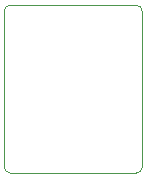
<source format=gbr>
G04 #@! TF.GenerationSoftware,KiCad,Pcbnew,(5.1.4)-1*
G04 #@! TF.CreationDate,2020-04-16T11:05:27+01:00*
G04 #@! TF.ProjectId,sot23Breakout,736f7432-3342-4726-9561-6b6f75742e6b,rev?*
G04 #@! TF.SameCoordinates,Original*
G04 #@! TF.FileFunction,Profile,NP*
%FSLAX46Y46*%
G04 Gerber Fmt 4.6, Leading zero omitted, Abs format (unit mm)*
G04 Created by KiCad (PCBNEW (5.1.4)-1) date 2020-04-16 11:05:27*
%MOMM*%
%LPD*%
G04 APERTURE LIST*
%ADD10C,0.120000*%
G04 APERTURE END LIST*
D10*
X224536000Y-117856000D02*
X224536000Y-122936000D01*
X224536000Y-122936000D02*
X224536000Y-131064000D01*
X236220000Y-117856000D02*
X236220000Y-122936000D01*
X225044000Y-131572000D02*
X235712000Y-131572000D01*
X235712000Y-117348000D02*
X225044000Y-117348000D01*
X236220000Y-131064000D02*
X236220000Y-122936000D01*
X225044000Y-131572000D02*
G75*
G02X224536000Y-131064000I0J508000D01*
G01*
X236220000Y-131064000D02*
G75*
G02X235712000Y-131572000I-508000J0D01*
G01*
X224536000Y-117856000D02*
G75*
G02X225044000Y-117348000I508000J0D01*
G01*
X235712000Y-117348000D02*
G75*
G02X236220000Y-117856000I0J-508000D01*
G01*
M02*

</source>
